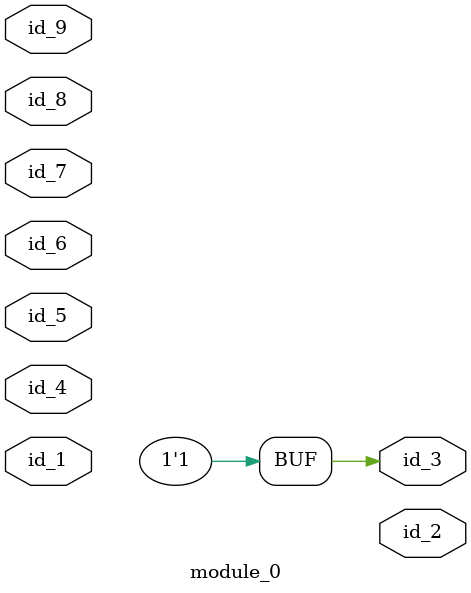
<source format=v>
module module_0 (
    id_1,
    id_2,
    id_3,
    id_4,
    id_5,
    id_6,
    id_7,
    id_8,
    id_9
);
  inout id_9;
  input id_8;
  inout id_7;
  input id_6;
  input id_5;
  input id_4;
  output id_3;
  output id_2;
  inout id_1;
  assign id_3 = 1;
endmodule

</source>
